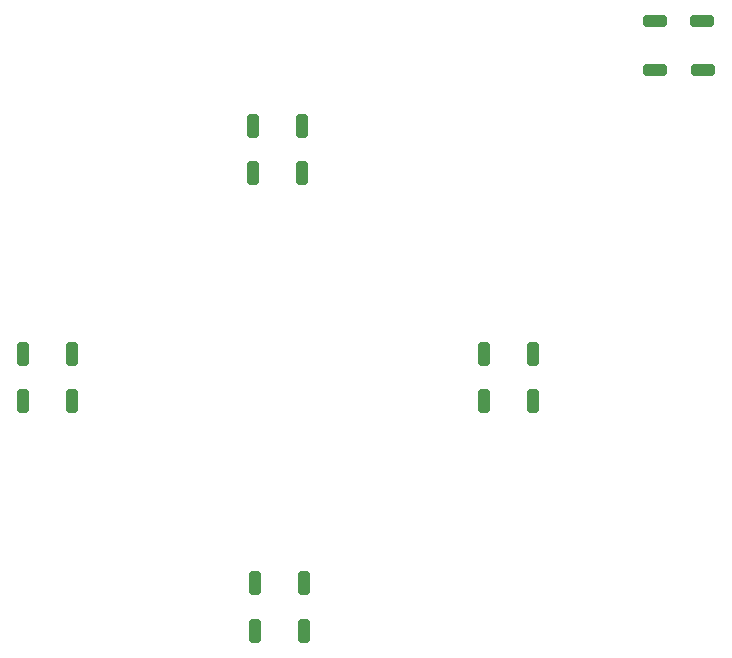
<source format=gbr>
%TF.GenerationSoftware,KiCad,Pcbnew,6.0.2+dfsg-1*%
%TF.CreationDate,2022-10-25T21:13:59-07:00*%
%TF.ProjectId,CX40-Replacement,43583430-2d52-4657-906c-6163656d656e,rev?*%
%TF.SameCoordinates,Original*%
%TF.FileFunction,Paste,Top*%
%TF.FilePolarity,Positive*%
%FSLAX46Y46*%
G04 Gerber Fmt 4.6, Leading zero omitted, Abs format (unit mm)*
G04 Created by KiCad (PCBNEW 6.0.2+dfsg-1) date 2022-10-25 21:13:59*
%MOMM*%
%LPD*%
G01*
G04 APERTURE LIST*
G04 Aperture macros list*
%AMRoundRect*
0 Rectangle with rounded corners*
0 $1 Rounding radius*
0 $2 $3 $4 $5 $6 $7 $8 $9 X,Y pos of 4 corners*
0 Add a 4 corners polygon primitive as box body*
4,1,4,$2,$3,$4,$5,$6,$7,$8,$9,$2,$3,0*
0 Add four circle primitives for the rounded corners*
1,1,$1+$1,$2,$3*
1,1,$1+$1,$4,$5*
1,1,$1+$1,$6,$7*
1,1,$1+$1,$8,$9*
0 Add four rect primitives between the rounded corners*
20,1,$1+$1,$2,$3,$4,$5,0*
20,1,$1+$1,$4,$5,$6,$7,0*
20,1,$1+$1,$6,$7,$8,$9,0*
20,1,$1+$1,$8,$9,$2,$3,0*%
G04 Aperture macros list end*
%ADD10RoundRect,0.250000X-0.250000X0.750000X-0.250000X-0.750000X0.250000X-0.750000X0.250000X0.750000X0*%
%ADD11RoundRect,0.250000X0.250000X-0.750000X0.250000X0.750000X-0.250000X0.750000X-0.250000X-0.750000X0*%
%ADD12RoundRect,0.250000X-0.750000X-0.250000X0.750000X-0.250000X0.750000X0.250000X-0.750000X0.250000X0*%
G04 APERTURE END LIST*
D10*
%TO.C,L1*%
X152100000Y-86625000D03*
X152100000Y-90625000D03*
X147950000Y-90675000D03*
X147950000Y-86625000D03*
%TD*%
D11*
%TO.C,U1*%
X167500000Y-109975000D03*
X167500000Y-105975000D03*
X171650000Y-109975000D03*
X171650000Y-105925000D03*
%TD*%
D12*
%TO.C,F1*%
X186000000Y-77800000D03*
X182000000Y-77800000D03*
X186050000Y-81950000D03*
X182000000Y-81950000D03*
%TD*%
D11*
%TO.C,D1*%
X128500000Y-109975000D03*
X128500000Y-105975000D03*
X132650000Y-109975000D03*
X132650000Y-105925000D03*
%TD*%
%TO.C,R1*%
X148100000Y-129375000D03*
X148100000Y-125375000D03*
X152250000Y-129375000D03*
X152250000Y-125325000D03*
%TD*%
M02*

</source>
